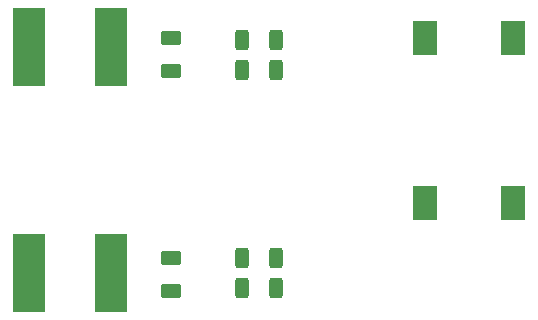
<source format=gtp>
G04 #@! TF.GenerationSoftware,KiCad,Pcbnew,7.0.1-0*
G04 #@! TF.CreationDate,2023-12-28T22:42:41+01:00*
G04 #@! TF.ProjectId,SSR-Shiled-v1,5353522d-5368-4696-9c65-642d76312e6b,rev?*
G04 #@! TF.SameCoordinates,Original*
G04 #@! TF.FileFunction,Paste,Top*
G04 #@! TF.FilePolarity,Positive*
%FSLAX46Y46*%
G04 Gerber Fmt 4.6, Leading zero omitted, Abs format (unit mm)*
G04 Created by KiCad (PCBNEW 7.0.1-0) date 2023-12-28 22:42:41*
%MOMM*%
%LPD*%
G01*
G04 APERTURE LIST*
G04 Aperture macros list*
%AMRoundRect*
0 Rectangle with rounded corners*
0 $1 Rounding radius*
0 $2 $3 $4 $5 $6 $7 $8 $9 X,Y pos of 4 corners*
0 Add a 4 corners polygon primitive as box body*
4,1,4,$2,$3,$4,$5,$6,$7,$8,$9,$2,$3,0*
0 Add four circle primitives for the rounded corners*
1,1,$1+$1,$2,$3*
1,1,$1+$1,$4,$5*
1,1,$1+$1,$6,$7*
1,1,$1+$1,$8,$9*
0 Add four rect primitives between the rounded corners*
20,1,$1+$1,$2,$3,$4,$5,0*
20,1,$1+$1,$4,$5,$6,$7,0*
20,1,$1+$1,$6,$7,$8,$9,0*
20,1,$1+$1,$8,$9,$2,$3,0*%
G04 Aperture macros list end*
%ADD10R,2.000000X3.000000*%
%ADD11R,2.730000X6.710000*%
%ADD12RoundRect,0.250000X-0.312500X-0.625000X0.312500X-0.625000X0.312500X0.625000X-0.312500X0.625000X0*%
%ADD13RoundRect,0.250000X0.312500X0.625000X-0.312500X0.625000X-0.312500X-0.625000X0.312500X-0.625000X0*%
%ADD14RoundRect,0.250000X-0.625000X0.375000X-0.625000X-0.375000X0.625000X-0.375000X0.625000X0.375000X0*%
G04 APERTURE END LIST*
D10*
X149400000Y-65550000D03*
X149400000Y-79550000D03*
X156900000Y-79550000D03*
X156900000Y-65550000D03*
D11*
X122860000Y-85442500D03*
X115880000Y-85442500D03*
X122860000Y-66340000D03*
X115880000Y-66340000D03*
D12*
X136830000Y-68250000D03*
X133905000Y-68250000D03*
X136830000Y-86712500D03*
X133905000Y-86712500D03*
D13*
X133905000Y-84172500D03*
X136830000Y-84172500D03*
X133905000Y-65710000D03*
X136830000Y-65710000D03*
D14*
X127940000Y-84172500D03*
X127940000Y-86972500D03*
X127940000Y-65580000D03*
X127940000Y-68380000D03*
M02*

</source>
